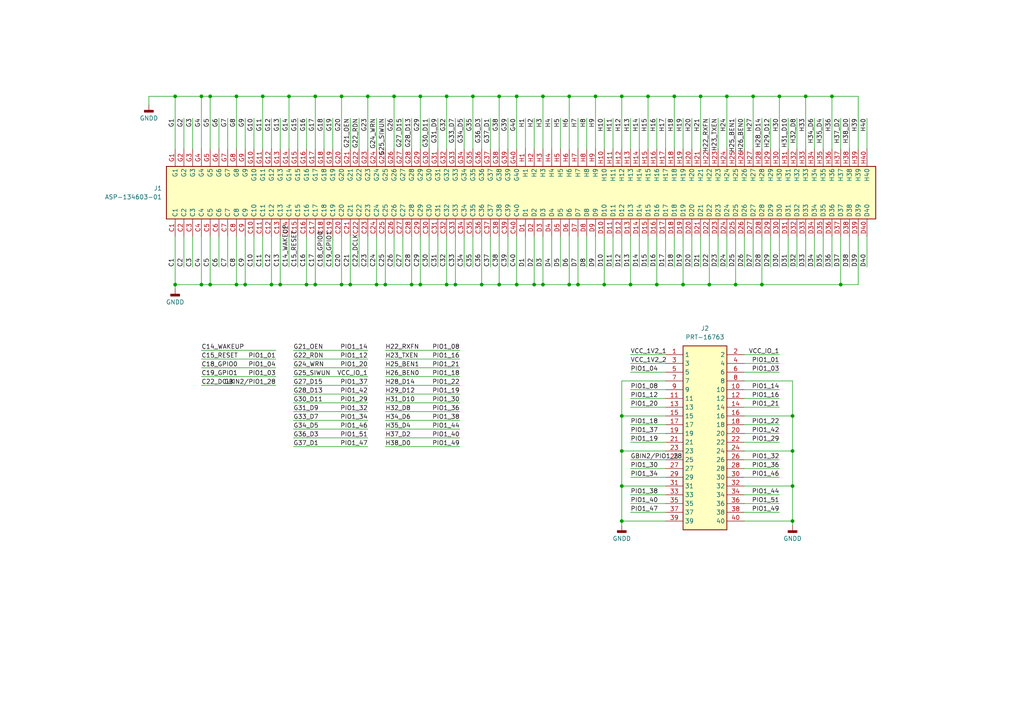
<source format=kicad_sch>
(kicad_sch (version 20230121) (generator eeschema)
  (paper "A4")
  (lib_symbols
    (symbol "ASP-134603-01:ASP-134603-01"
      (property "Reference" "J" (at 21.59 7.62 0))
      (property "Value" "ASP-134603-01" (at 21.59 5.08 0))
      (symbol "ASP-134603-01_1_1"
        (rectangle (start 5.08 2.54) (end 20.32 -203.2) (stroke (width 0.254)) (fill (type background)))
        (pin passive line (at 0 0 0) (length 5.08) (name "C1") (number "C1"))
        (pin passive line (at 0 -22.86 0) (length 5.08) (name "C10") (number "C10"))
        (pin passive line (at 0 -25.4 0) (length 5.08) (name "C11") (number "C11"))
        (pin passive line (at 0 -27.94 0) (length 5.08) (name "C12") (number "C12"))
        (pin passive line (at 0 -30.48 0) (length 5.08) (name "C13") (number "C13"))
        (pin passive line (at 0 -33.02 0) (length 5.08) (name "C14") (number "C14"))
        (pin passive line (at 0 -35.56 0) (length 5.08) (name "C15") (number "C15"))
        (pin passive line (at 0 -38.1 0) (length 5.08) (name "C16") (number "C16"))
        (pin passive line (at 0 -40.64 0) (length 5.08) (name "C17") (number "C17"))
        (pin passive line (at 0 -43.18 0) (length 5.08) (name "C18") (number "C18"))
        (pin passive line (at 0 -45.72 0) (length 5.08) (name "C19") (number "C19"))
        (pin passive line (at 0 -2.54 0) (length 5.08) (name "C2") (number "C2"))
        (pin passive line (at 0 -48.26 0) (length 5.08) (name "C20") (number "C20"))
        (pin passive line (at 0 -50.8 0) (length 5.08) (name "C21") (number "C21"))
        (pin passive line (at 0 -53.34 0) (length 5.08) (name "C22") (number "C22"))
        (pin passive line (at 0 -55.88 0) (length 5.08) (name "C23") (number "C23"))
        (pin passive line (at 0 -58.42 0) (length 5.08) (name "C24") (number "C24"))
        (pin passive line (at 0 -60.96 0) (length 5.08) (name "C25") (number "C25"))
        (pin passive line (at 0 -63.5 0) (length 5.08) (name "C26") (number "C26"))
        (pin passive line (at 0 -66.04 0) (length 5.08) (name "C27") (number "C27"))
        (pin passive line (at 0 -68.58 0) (length 5.08) (name "C28") (number "C28"))
        (pin passive line (at 0 -71.12 0) (length 5.08) (name "C29") (number "C29"))
        (pin passive line (at 0 -5.08 0) (length 5.08) (name "C3") (number "C3"))
        (pin passive line (at 0 -73.66 0) (length 5.08) (name "C30") (number "C30"))
        (pin passive line (at 0 -76.2 0) (length 5.08) (name "C31") (number "C31"))
        (pin passive line (at 0 -78.74 0) (length 5.08) (name "C32") (number "C32"))
        (pin passive line (at 0 -81.28 0) (length 5.08) (name "C33") (number "C33"))
        (pin passive line (at 0 -83.82 0) (length 5.08) (name "C34") (number "C34"))
        (pin passive line (at 0 -86.36 0) (length 5.08) (name "C35") (number "C35"))
        (pin passive line (at 0 -88.9 0) (length 5.08) (name "C36") (number "C36"))
        (pin passive line (at 0 -91.44 0) (length 5.08) (name "C37") (number "C37"))
        (pin passive line (at 0 -93.98 0) (length 5.08) (name "C38") (number "C38"))
        (pin passive line (at 0 -96.52 0) (length 5.08) (name "C39") (number "C39"))
        (pin passive line (at 0 -7.62 0) (length 5.08) (name "C4") (number "C4"))
        (pin passive line (at 0 -99.06 0) (length 5.08) (name "C40") (number "C40"))
        (pin passive line (at 0 -10.16 0) (length 5.08) (name "C5") (number "C5"))
        (pin passive line (at 0 -12.7 0) (length 5.08) (name "C6") (number "C6"))
        (pin passive line (at 0 -15.24 0) (length 5.08) (name "C7") (number "C7"))
        (pin passive line (at 0 -17.78 0) (length 5.08) (name "C8") (number "C8"))
        (pin passive line (at 0 -20.32 0) (length 5.08) (name "C9") (number "C9"))
        (pin passive line (at 0 -101.6 0) (length 5.08) (name "D1") (number "D1"))
        (pin passive line (at 0 -124.46 0) (length 5.08) (name "D10") (number "D10"))
        (pin passive line (at 0 -127 0) (length 5.08) (name "D11") (number "D11"))
        (pin passive line (at 0 -129.54 0) (length 5.08) (name "D12") (number "D12"))
        (pin passive line (at 0 -132.08 0) (length 5.08) (name "D13") (number "D13"))
        (pin passive line (at 0 -134.62 0) (length 5.08) (name "D14") (number "D14"))
        (pin passive line (at 0 -137.16 0) (length 5.08) (name "D15") (number "D15"))
        (pin passive line (at 0 -139.7 0) (length 5.08) (name "D16") (number "D16"))
        (pin passive line (at 0 -142.24 0) (length 5.08) (name "D17") (number "D17"))
        (pin passive line (at 0 -144.78 0) (length 5.08) (name "D18") (number "D18"))
        (pin passive line (at 0 -147.32 0) (length 5.08) (name "D19") (number "D19"))
        (pin passive line (at 0 -104.14 0) (length 5.08) (name "D2") (number "D2"))
        (pin passive line (at 0 -149.86 0) (length 5.08) (name "D20") (number "D20"))
        (pin passive line (at 0 -152.4 0) (length 5.08) (name "D21") (number "D21"))
        (pin passive line (at 0 -154.94 0) (length 5.08) (name "D22") (number "D22"))
        (pin passive line (at 0 -157.48 0) (length 5.08) (name "D23") (number "D23"))
        (pin passive line (at 0 -160.02 0) (length 5.08) (name "D24") (number "D24"))
        (pin passive line (at 0 -162.56 0) (length 5.08) (name "D25") (number "D25"))
        (pin passive line (at 0 -165.1 0) (length 5.08) (name "D26") (number "D26"))
        (pin passive line (at 0 -167.64 0) (length 5.08) (name "D27") (number "D27"))
        (pin passive line (at 0 -170.18 0) (length 5.08) (name "D28") (number "D28"))
        (pin passive line (at 0 -172.72 0) (length 5.08) (name "D29") (number "D29"))
        (pin passive line (at 0 -106.68 0) (length 5.08) (name "D3") (number "D3"))
        (pin passive line (at 0 -175.26 0) (length 5.08) (name "D30") (number "D30"))
        (pin passive line (at 0 -177.8 0) (length 5.08) (name "D31") (number "D31"))
        (pin passive line (at 0 -180.34 0) (length 5.08) (name "D32") (number "D32"))
        (pin passive line (at 0 -182.88 0) (length 5.08) (name "D33") (number "D33"))
        (pin passive line (at 0 -185.42 0) (length 5.08) (name "D34") (number "D34"))
        (pin passive line (at 0 -187.96 0) (length 5.08) (name "D35") (number "D35"))
        (pin passive line (at 0 -190.5 0) (length 5.08) (name "D36") (number "D36"))
        (pin passive line (at 0 -193.04 0) (length 5.08) (name "D37") (number "D37"))
        (pin passive line (at 0 -195.58 0) (length 5.08) (name "D38") (number "D38"))
        (pin passive line (at 0 -198.12 0) (length 5.08) (name "D39") (number "D39"))
        (pin passive line (at 0 -109.22 0) (length 5.08) (name "D4") (number "D4"))
        (pin passive line (at 0 -200.66 0) (length 5.08) (name "D40") (number "D40"))
        (pin passive line (at 0 -111.76 0) (length 5.08) (name "D5") (number "D5"))
        (pin passive line (at 0 -114.3 0) (length 5.08) (name "D6") (number "D6"))
        (pin passive line (at 0 -116.84 0) (length 5.08) (name "D7") (number "D7"))
        (pin passive line (at 0 -119.38 0) (length 5.08) (name "D8") (number "D8"))
        (pin passive line (at 0 -121.92 0) (length 5.08) (name "D9") (number "D9"))
        (pin passive line (at 25.4 0 180) (length 5.08) (name "G1") (number "G1"))
        (pin passive line (at 25.4 -22.86 180) (length 5.08) (name "G10") (number "G10"))
        (pin passive line (at 25.4 -25.4 180) (length 5.08) (name "G11") (number "G11"))
        (pin passive line (at 25.4 -27.94 180) (length 5.08) (name "G12") (number "G12"))
        (pin passive line (at 25.4 -30.48 180) (length 5.08) (name "G13") (number "G13"))
        (pin passive line (at 25.4 -33.02 180) (length 5.08) (name "G14") (number "G14"))
        (pin passive line (at 25.4 -35.56 180) (length 5.08) (name "G15") (number "G15"))
        (pin passive line (at 25.4 -38.1 180) (length 5.08) (name "G16") (number "G16"))
        (pin passive line (at 25.4 -40.64 180) (length 5.08) (name "G17") (number "G17"))
        (pin passive line (at 25.4 -43.18 180) (length 5.08) (name "G18") (number "G18"))
        (pin passive line (at 25.4 -45.72 180) (length 5.08) (name "G19") (number "G19"))
        (pin passive line (at 25.4 -2.54 180) (length 5.08) (name "G2") (number "G2"))
        (pin passive line (at 25.4 -48.26 180) (length 5.08) (name "G20") (number "G20"))
        (pin passive line (at 25.4 -50.8 180) (length 5.08) (name "G21") (number "G21"))
        (pin passive line (at 25.4 -53.34 180) (length 5.08) (name "G22") (number "G22"))
        (pin passive line (at 25.4 -55.88 180) (length 5.08) (name "G23") (number "G23"))
        (pin passive line (at 25.4 -58.42 180) (length 5.08) (name "G24") (number "G24"))
        (pin passive line (at 25.4 -60.96 180) (length 5.08) (name "G25") (number "G25"))
        (pin passive line (at 25.4 -63.5 180) (length 5.08) (name "G26") (number "G26"))
        (pin passive line (at 25.4 -66.04 180) (length 5.08) (name "G27") (number "G27"))
        (pin passive line (at 25.4 -68.58 180) (length 5.08) (name "G28") (number "G28"))
        (pin passive line (at 25.4 -71.12 180) (length 5.08) (name "G29") (number "G29"))
        (pin passive line (at 25.4 -5.08 180) (length 5.08) (name "G3") (number "G3"))
        (pin passive line (at 25.4 -73.66 180) (length 5.08) (name "G30") (number "G30"))
        (pin passive line (at 25.4 -76.2 180) (length 5.08) (name "G31") (number "G31"))
        (pin passive line (at 25.4 -78.74 180) (length 5.08) (name "G32") (number "G32"))
        (pin passive line (at 25.4 -81.28 180) (length 5.08) (name "G33") (number "G33"))
        (pin passive line (at 25.4 -83.82 180) (length 5.08) (name "G34") (number "G34"))
        (pin passive line (at 25.4 -86.36 180) (length 5.08) (name "G35") (number "G35"))
        (pin passive line (at 25.4 -88.9 180) (length 5.08) (name "G36") (number "G36"))
        (pin passive line (at 25.4 -91.44 180) (length 5.08) (name "G37") (number "G37"))
        (pin passive line (at 25.4 -93.98 180) (length 5.08) (name "G38") (number "G38"))
        (pin passive line (at 25.4 -96.52 180) (length 5.08) (name "G39") (number "G39"))
        (pin passive line (at 25.4 -7.62 180) (length 5.08) (name "G4") (number "G4"))
        (pin passive line (at 25.4 -99.06 180) (length 5.08) (name "G40") (number "G40"))
        (pin passive line (at 25.4 -10.16 180) (length 5.08) (name "G5") (number "G5"))
        (pin passive line (at 25.4 -12.7 180) (length 5.08) (name "G6") (number "G6"))
        (pin passive line (at 25.4 -15.24 180) (length 5.08) (name "G7") (number "G7"))
        (pin passive line (at 25.4 -17.78 180) (length 5.08) (name "G8") (number "G8"))
        (pin passive line (at 25.4 -20.32 180) (length 5.08) (name "G9") (number "G9"))
        (pin passive line (at 25.4 -101.6 180) (length 5.08) (name "H1") (number "H1"))
        (pin passive line (at 25.4 -124.46 180) (length 5.08) (name "H10") (number "H10"))
        (pin passive line (at 25.4 -127 180) (length 5.08) (name "H11") (number "H11"))
        (pin passive line (at 25.4 -129.54 180) (length 5.08) (name "H12") (number "H12"))
        (pin passive line (at 25.4 -132.08 180) (length 5.08) (name "H13") (number "H13"))
        (pin passive line (at 25.4 -134.62 180) (length 5.08) (name "H14") (number "H14"))
        (pin passive line (at 25.4 -137.16 180) (length 5.08) (name "H15") (number "H15"))
        (pin passive line (at 25.4 -139.7 180) (length 5.08) (name "H16") (number "H16"))
        (pin passive line (at 25.4 -142.24 180) (length 5.08) (name "H17") (number "H17"))
        (pin passive line (at 25.4 -144.78 180) (length 5.08) (name "H18") (number "H18"))
        (pin passive line (at 25.4 -147.32 180) (length 5.08) (name "H19") (number "H19"))
        (pin passive line (at 25.4 -104.14 180) (length 5.08) (name "H2") (number "H2"))
        (pin passive line (at 25.4 -149.86 180) (length 5.08) (name "H20") (number "H20"))
        (pin passive line (at 25.4 -152.4 180) (length 5.08) (name "H21") (number "H21"))
        (pin passive line (at 25.4 -154.94 180) (length 5.08) (name "H22") (number "H22"))
        (pin passive line (at 25.4 -157.48 180) (length 5.08) (name "H23") (number "H23"))
        (pin passive line (at 25.4 -160.02 180) (length 5.08) (name "H24") (number "H24"))
        (pin passive line (at 25.4 -162.56 180) (length 5.08) (name "H25") (number "H25"))
        (pin passive line (at 25.4 -165.1 180) (length 5.08) (name "H26") (number "H26"))
        (pin passive line (at 25.4 -167.64 180) (length 5.08) (name "H27") (number "H27"))
        (pin passive line (at 25.4 -170.18 180) (length 5.08) (name "H28") (number "H28"))
        (pin passive line (at 25.4 -172.72 180) (length 5.08) (name "H29") (number "H29"))
        (pin passive line (at 25.4 -106.68 180) (length 5.08) (name "H3") (number "H3"))
        (pin passive line (at 25.4 -175.26 180) (length 5.08) (name "H30") (number "H30"))
        (pin passive line (at 25.4 -177.8 180) (length 5.08) (name "H31") (number "H31"))
        (pin passive line (at 25.4 -180.34 180) (length 5.08) (name "H32") (number "H32"))
        (pin passive line (at 25.4 -182.88 180) (length 5.08) (name "H33") (number "H33"))
        (pin passive line (at 25.4 -185.42 180) (length 5.08) (name "H34") (number "H34"))
        (pin passive line (at 25.4 -187.96 180) (length 5.08) (name "H35") (number "H35"))
        (pin passive line (at 25.4 -190.5 180) (length 5.08) (name "H36") (number "H36"))
        (pin passive line (at 25.4 -193.04 180) (length 5.08) (name "H37") (number "H37"))
        (pin passive line (at 25.4 -195.58 180) (length 5.08) (name "H38") (number "H38"))
        (pin passive line (at 25.4 -198.12 180) (length 5.08) (name "H39") (number "H39"))
        (pin passive line (at 25.4 -109.22 180) (length 5.08) (name "H4") (number "H4"))
        (pin passive line (at 25.4 -200.66 180) (length 5.08) (name "H40") (number "H40"))
        (pin passive line (at 25.4 -111.76 180) (length 5.08) (name "H5") (number "H5"))
        (pin passive line (at 25.4 -114.3 180) (length 5.08) (name "H6") (number "H6"))
        (pin passive line (at 25.4 -116.84 180) (length 5.08) (name "H7") (number "H7"))
        (pin passive line (at 25.4 -119.38 180) (length 5.08) (name "H8") (number "H8"))
        (pin passive line (at 25.4 -121.92 180) (length 5.08) (name "H9") (number "H9"))
      )
    )
    (symbol "PRT-16763:PRT-16763"
      (property "Reference" "J" (at 19.05 7.62 0))
      (property "Value" "PRT-16763" (at 19.05 5.08 0))
      (symbol "PRT-16763_1_1"
        (rectangle (start 5.08 2.54) (end 17.78 -50.8) (stroke (width 0.254)) (fill (type background)))
        (pin passive line (at 0 0 0) (length 5.08) (name "1") (number "1"))
        (pin passive line (at 22.86 -10.16 180) (length 5.08) (name "10") (number "10"))
        (pin passive line (at 0 -12.7 0) (length 5.08) (name "11") (number "11"))
        (pin passive line (at 22.86 -12.7 180) (length 5.08) (name "12") (number "12"))
        (pin passive line (at 0 -15.24 0) (length 5.08) (name "13") (number "13"))
        (pin passive line (at 22.86 -15.24 180) (length 5.08) (name "14") (number "14"))
        (pin passive line (at 0 -17.78 0) (length 5.08) (name "15") (number "15"))
        (pin passive line (at 22.86 -17.78 180) (length 5.08) (name "16") (number "16"))
        (pin passive line (at 0 -20.32 0) (length 5.08) (name "17") (number "17"))
        (pin passive line (at 22.86 -20.32 180) (length 5.08) (name "18") (number "18"))
        (pin passive line (at 0 -22.86 0) (length 5.08) (name "19") (number "19"))
        (pin passive line (at 22.86 0 180) (length 5.08) (name "2") (number "2"))
        (pin passive line (at 22.86 -22.86 180) (length 5.08) (name "20") (number "20"))
        (pin passive line (at 0 -25.4 0) (length 5.08) (name "21") (number "21"))
        (pin passive line (at 22.86 -25.4 180) (length 5.08) (name "22") (number "22"))
        (pin passive line (at 0 -27.94 0) (length 5.08) (name "23") (number "23"))
        (pin passive line (at 22.86 -27.94 180) (length 5.08) (name "24") (number "24"))
        (pin passive line (at 0 -30.48 0) (length 5.08) (name "25") (number "25"))
        (pin passive line (at 22.86 -30.48 180) (length 5.08) (name "26") (number "26"))
        (pin passive line (at 0 -33.02 0) (length 5.08) (name "27") (number "27"))
        (pin passive line (at 22.86 -33.02 180) (length 5.08) (name "28") (number "28"))
        (pin passive line (at 0 -35.56 0) (length 5.08) (name "29") (number "29"))
        (pin passive line (at 0 -2.54 0) (length 5.08) (name "3") (number "3"))
        (pin passive line (at 22.86 -35.56 180) (length 5.08) (name "30") (number "30"))
        (pin passive line (at 0 -38.1 0) (length 5.08) (name "31") (number "31"))
        (pin passive line (at 22.86 -38.1 180) (length 5.08) (name "32") (number "32"))
        (pin passive line (at 0 -40.64 0) (length 5.08) (name "33") (number "33"))
        (pin passive line (at 22.86 -40.64 180) (length 5.08) (name "34") (number "34"))
        (pin passive line (at 0 -43.18 0) (length 5.08) (name "35") (number "35"))
        (pin passive line (at 22.86 -43.18 180) (length 5.08) (name "36") (number "36"))
        (pin passive line (at 0 -45.72 0) (length 5.08) (name "37") (number "37"))
        (pin passive line (at 22.86 -45.72 180) (length 5.08) (name "38") (number "38"))
        (pin passive line (at 0 -48.26 0) (length 5.08) (name "39") (number "39"))
        (pin passive line (at 22.86 -2.54 180) (length 5.08) (name "4") (number "4"))
        (pin passive line (at 22.86 -48.26 180) (length 5.08) (name "40") (number "40"))
        (pin passive line (at 0 -5.08 0) (length 5.08) (name "5") (number "5"))
        (pin passive line (at 22.86 -5.08 180) (length 5.08) (name "6") (number "6"))
        (pin passive line (at 0 -7.62 0) (length 5.08) (name "7") (number "7"))
        (pin passive line (at 22.86 -7.62 180) (length 5.08) (name "8") (number "8"))
        (pin passive line (at 0 -10.16 0) (length 5.08) (name "9") (number "9"))
      )
    )
    (symbol "power:GNDD" (power) (pin_names (offset 0))
      (property "Value" "GNDD" (at 0 -3.175 0))
      (symbol "GNDD_0_1"
        (rectangle (start -1.27 -1.524) (end 1.27 -2.032) (stroke (width 0.254)) (fill (type outline)))
        (polyline (pts (xy 0 0) (xy 0 -1.524)))
      )
      (symbol "GNDD_1_1"
        (pin power_in line (at 0 0 270) (length 0) hide (name "GNDD") (number "1"))
      )
    )
  )
  (junction (at 182.88 82.55))
  (junction (at 91.44 27.94))
  (junction (at 78.74 82.55))
  (junction (at 165.1 27.94))
  (junction (at 149.86 27.94))
  (junction (at 233.68 27.94))
  (junction (at 154.94 82.55))
  (junction (at 144.78 27.94))
  (junction (at 229.87 130.81))
  (junction (at 144.78 82.55))
  (junction (at 180.34 140.97))
  (junction (at 68.58 82.55))
  (junction (at 241.3 27.94))
  (junction (at 220.98 82.55))
  (junction (at 229.87 151.13))
  (junction (at 60.96 27.94))
  (junction (at 229.87 140.97))
  (junction (at 68.58 27.94))
  (junction (at 167.64 82.55))
  (junction (at 205.74 82.55))
  (junction (at 195.58 27.94))
  (junction (at 119.38 82.55))
  (junction (at 101.6 82.55))
  (junction (at 76.2 27.94))
  (junction (at 50.8 82.55))
  (junction (at 50.8 27.94))
  (junction (at 114.3 27.94))
  (junction (at 190.5 82.55))
  (junction (at 132.08 82.55))
  (junction (at 71.12 82.55))
  (junction (at 111.76 82.55))
  (junction (at 210.82 27.94))
  (junction (at 88.9 82.55))
  (junction (at 180.34 151.13))
  (junction (at 187.96 27.94))
  (junction (at 172.72 27.94))
  (junction (at 213.36 82.55))
  (junction (at 229.87 120.65))
  (junction (at 106.68 27.94))
  (junction (at 243.84 82.55))
  (junction (at 157.48 82.55))
  (junction (at 139.7 82.55))
  (junction (at 180.34 120.65))
  (junction (at 149.86 82.55))
  (junction (at 121.92 82.55))
  (junction (at 83.82 27.94))
  (junction (at 129.54 27.94))
  (junction (at 58.42 82.55))
  (junction (at 99.06 27.94))
  (junction (at 60.96 82.55))
  (junction (at 137.16 27.94))
  (junction (at 203.2 27.94))
  (junction (at 58.42 27.94))
  (junction (at 129.54 82.55))
  (junction (at 218.44 27.94))
  (junction (at 81.28 82.55))
  (junction (at 165.1 82.55))
  (junction (at 198.12 82.55))
  (junction (at 180.34 130.81))
  (junction (at 109.22 82.55))
  (junction (at 157.48 27.94))
  (junction (at 121.92 27.94))
  (junction (at 99.06 82.55))
  (junction (at 226.06 27.94))
  (junction (at 180.34 27.94))
  (junction (at 175.26 82.55))
  (junction (at 91.44 82.55))
  (wire (pts (xy 71.12 68.58) (xy 71.12 82.55)))
  (wire (pts (xy 172.72 27.94) (xy 172.72 43.18)))
  (wire (pts (xy 165.1 82.55) (xy 157.48 82.55)))
  (wire (pts (xy 142.24 34.29) (xy 142.24 43.18)))
  (wire (pts (xy 241.3 27.94) (xy 233.68 27.94)))
  (wire (pts (xy 195.58 27.94) (xy 195.58 43.18)))
  (wire (pts (xy 175.26 82.55) (xy 167.64 82.55)))
  (wire (pts (xy 180.34 68.58) (xy 180.34 77.47)))
  (wire (pts (xy 85.09 106.68) (xy 106.68 106.68)))
  (wire (pts (xy 175.26 68.58) (xy 175.26 82.55)))
  (wire (pts (xy 193.04 68.58) (xy 193.04 77.47)))
  (wire (pts (xy 124.46 34.29) (xy 124.46 43.18)))
  (wire (pts (xy 119.38 34.29) (xy 119.38 43.18)))
  (wire (pts (xy 229.87 110.49) (xy 229.87 120.65)))
  (wire (pts (xy 129.54 27.94) (xy 129.54 43.18)))
  (wire (pts (xy 220.98 82.55) (xy 213.36 82.55)))
  (wire (pts (xy 111.76 119.38) (xy 133.35 119.38)))
  (wire (pts (xy 114.3 27.94) (xy 106.68 27.94)))
  (wire (pts (xy 99.06 27.94) (xy 99.06 43.18)))
  (wire (pts (xy 71.12 82.55) (xy 68.58 82.55)))
  (wire (pts (xy 106.68 27.94) (xy 106.68 43.18)))
  (wire (pts (xy 243.84 34.29) (xy 243.84 43.18)))
  (wire (pts (xy 83.82 27.94) (xy 83.82 43.18)))
  (wire (pts (xy 99.06 82.55) (xy 91.44 82.55)))
  (wire (pts (xy 215.9 130.81) (xy 229.87 130.81)))
  (wire (pts (xy 215.9 128.27) (xy 226.06 128.27)))
  (wire (pts (xy 129.54 68.58) (xy 129.54 82.55)))
  (wire (pts (xy 111.76 116.84) (xy 133.35 116.84)))
  (wire (pts (xy 182.88 118.11) (xy 193.04 118.11)))
  (wire (pts (xy 195.58 68.58) (xy 195.58 77.47)))
  (wire (pts (xy 236.22 68.58) (xy 236.22 77.47)))
  (wire (pts (xy 147.32 68.58) (xy 147.32 77.47)))
  (wire (pts (xy 81.28 68.58) (xy 81.28 82.55)))
  (wire (pts (xy 182.88 125.73) (xy 193.04 125.73)))
  (wire (pts (xy 231.14 34.29) (xy 231.14 43.18)))
  (wire (pts (xy 63.5 68.58) (xy 63.5 77.47)))
  (wire (pts (xy 241.3 27.94) (xy 241.3 43.18)))
  (wire (pts (xy 180.34 27.94) (xy 180.34 43.18)))
  (wire (pts (xy 96.52 68.58) (xy 96.52 77.47)))
  (wire (pts (xy 182.88 82.55) (xy 175.26 82.55)))
  (wire (pts (xy 248.92 68.58) (xy 248.92 82.55)))
  (wire (pts (xy 101.6 82.55) (xy 99.06 82.55)))
  (wire (pts (xy 134.62 68.58) (xy 134.62 77.47)))
  (wire (pts (xy 96.52 34.29) (xy 96.52 43.18)))
  (wire (pts (xy 63.5 34.29) (xy 63.5 43.18)))
  (wire (pts (xy 81.28 34.29) (xy 81.28 43.18)))
  (wire (pts (xy 147.32 34.29) (xy 147.32 43.18)))
  (wire (pts (xy 228.6 34.29) (xy 228.6 43.18)))
  (wire (pts (xy 215.9 68.58) (xy 215.9 77.47)))
  (wire (pts (xy 50.8 27.94) (xy 50.8 43.18)))
  (wire (pts (xy 154.94 68.58) (xy 154.94 82.55)))
  (wire (pts (xy 182.88 128.27) (xy 193.04 128.27)))
  (wire (pts (xy 99.06 27.94) (xy 91.44 27.94)))
  (wire (pts (xy 172.72 27.94) (xy 165.1 27.94)))
  (wire (pts (xy 238.76 34.29) (xy 238.76 43.18)))
  (wire (pts (xy 182.88 143.51) (xy 193.04 143.51)))
  (wire (pts (xy 162.56 34.29) (xy 162.56 43.18)))
  (wire (pts (xy 182.88 115.57) (xy 193.04 115.57)))
  (wire (pts (xy 167.64 82.55) (xy 165.1 82.55)))
  (wire (pts (xy 213.36 82.55) (xy 205.74 82.55)))
  (wire (pts (xy 233.68 27.94) (xy 226.06 27.94)))
  (wire (pts (xy 60.96 27.94) (xy 60.96 43.18)))
  (wire (pts (xy 58.42 109.22) (xy 80.01 109.22)))
  (wire (pts (xy 68.58 27.94) (xy 68.58 43.18)))
  (wire (pts (xy 101.6 34.29) (xy 101.6 43.18)))
  (wire (pts (xy 88.9 34.29) (xy 88.9 43.18)))
  (wire (pts (xy 104.14 68.58) (xy 104.14 77.47)))
  (wire (pts (xy 86.36 34.29) (xy 86.36 43.18)))
  (wire (pts (xy 58.42 106.68) (xy 80.01 106.68)))
  (wire (pts (xy 198.12 82.55) (xy 190.5 82.55)))
  (wire (pts (xy 215.9 148.59) (xy 226.06 148.59)))
  (wire (pts (xy 149.86 82.55) (xy 144.78 82.55)))
  (wire (pts (xy 157.48 27.94) (xy 157.48 43.18)))
  (wire (pts (xy 198.12 34.29) (xy 198.12 43.18)))
  (wire (pts (xy 58.42 27.94) (xy 58.42 43.18)))
  (wire (pts (xy 114.3 68.58) (xy 114.3 77.47)))
  (wire (pts (xy 215.9 143.51) (xy 226.06 143.51)))
  (wire (pts (xy 154.94 34.29) (xy 154.94 43.18)))
  (wire (pts (xy 55.88 34.29) (xy 55.88 43.18)))
  (wire (pts (xy 60.96 27.94) (xy 58.42 27.94)))
  (wire (pts (xy 101.6 68.58) (xy 101.6 82.55)))
  (wire (pts (xy 83.82 68.58) (xy 83.82 77.47)))
  (wire (pts (xy 106.68 27.94) (xy 99.06 27.94)))
  (wire (pts (xy 182.88 146.05) (xy 193.04 146.05)))
  (wire (pts (xy 215.9 135.89) (xy 226.06 135.89)))
  (wire (pts (xy 226.06 68.58) (xy 226.06 77.47)))
  (wire (pts (xy 200.66 34.29) (xy 200.66 43.18)))
  (wire (pts (xy 187.96 68.58) (xy 187.96 77.47)))
  (wire (pts (xy 167.64 34.29) (xy 167.64 43.18)))
  (wire (pts (xy 109.22 82.55) (xy 101.6 82.55)))
  (wire (pts (xy 127 68.58) (xy 127 77.47)))
  (wire (pts (xy 210.82 68.58) (xy 210.82 77.47)))
  (wire (pts (xy 218.44 27.94) (xy 218.44 43.18)))
  (wire (pts (xy 66.04 34.29) (xy 66.04 43.18)))
  (wire (pts (xy 228.6 68.58) (xy 228.6 77.47)))
  (wire (pts (xy 208.28 68.58) (xy 208.28 77.47)))
  (wire (pts (xy 109.22 34.29) (xy 109.22 43.18)))
  (wire (pts (xy 160.02 34.29) (xy 160.02 43.18)))
  (wire (pts (xy 190.5 82.55) (xy 182.88 82.55)))
  (wire (pts (xy 182.88 148.59) (xy 193.04 148.59)))
  (wire (pts (xy 193.04 34.29) (xy 193.04 43.18)))
  (wire (pts (xy 246.38 34.29) (xy 246.38 43.18)))
  (wire (pts (xy 182.88 68.58) (xy 182.88 82.55)))
  (wire (pts (xy 88.9 82.55) (xy 81.28 82.55)))
  (wire (pts (xy 203.2 27.94) (xy 203.2 43.18)))
  (wire (pts (xy 182.88 123.19) (xy 193.04 123.19)))
  (wire (pts (xy 149.86 27.94) (xy 144.78 27.94)))
  (wire (pts (xy 215.9 125.73) (xy 226.06 125.73)))
  (wire (pts (xy 180.34 110.49) (xy 193.04 110.49)))
  (wire (pts (xy 248.92 27.94) (xy 241.3 27.94)))
  (wire (pts (xy 50.8 68.58) (xy 50.8 82.55)))
  (wire (pts (xy 215.9 123.19) (xy 226.06 123.19)))
  (wire (pts (xy 111.76 68.58) (xy 111.76 82.55)))
  (wire (pts (xy 121.92 68.58) (xy 121.92 82.55)))
  (wire (pts (xy 157.48 27.94) (xy 149.86 27.94)))
  (wire (pts (xy 182.88 105.41) (xy 193.04 105.41)))
  (wire (pts (xy 180.34 130.81) (xy 193.04 130.81)))
  (wire (pts (xy 134.62 34.29) (xy 134.62 43.18)))
  (wire (pts (xy 215.9 140.97) (xy 229.87 140.97)))
  (wire (pts (xy 215.9 110.49) (xy 229.87 110.49)))
  (wire (pts (xy 236.22 34.29) (xy 236.22 43.18)))
  (wire (pts (xy 205.74 34.29) (xy 205.74 43.18)))
  (wire (pts (xy 160.02 68.58) (xy 160.02 77.47)))
  (wire (pts (xy 50.8 27.94) (xy 58.42 27.94)))
  (wire (pts (xy 243.84 82.55) (xy 220.98 82.55)))
  (wire (pts (xy 85.09 121.92) (xy 106.68 121.92)))
  (wire (pts (xy 50.8 82.55) (xy 50.8 83.82)))
  (wire (pts (xy 111.76 104.14) (xy 133.35 104.14)))
  (wire (pts (xy 137.16 68.58) (xy 137.16 77.47)))
  (wire (pts (xy 215.9 107.95) (xy 226.06 107.95)))
  (wire (pts (xy 190.5 68.58) (xy 190.5 82.55)))
  (wire (pts (xy 58.42 68.58) (xy 58.42 82.55)))
  (wire (pts (xy 53.34 68.58) (xy 53.34 77.47)))
  (wire (pts (xy 208.28 34.29) (xy 208.28 43.18)))
  (wire (pts (xy 78.74 34.29) (xy 78.74 43.18)))
  (wire (pts (xy 248.92 82.55) (xy 243.84 82.55)))
  (wire (pts (xy 182.88 113.03) (xy 193.04 113.03)))
  (wire (pts (xy 139.7 68.58) (xy 139.7 82.55)))
  (wire (pts (xy 180.34 140.97) (xy 193.04 140.97)))
  (wire (pts (xy 68.58 27.94) (xy 60.96 27.94)))
  (wire (pts (xy 170.18 68.58) (xy 170.18 77.47)))
  (wire (pts (xy 85.09 109.22) (xy 106.68 109.22)))
  (wire (pts (xy 119.38 82.55) (xy 111.76 82.55)))
  (wire (pts (xy 93.98 68.58) (xy 93.98 77.47)))
  (wire (pts (xy 104.14 34.29) (xy 104.14 43.18)))
  (wire (pts (xy 99.06 68.58) (xy 99.06 82.55)))
  (wire (pts (xy 132.08 34.29) (xy 132.08 43.18)))
  (wire (pts (xy 165.1 27.94) (xy 165.1 43.18)))
  (wire (pts (xy 226.06 27.94) (xy 218.44 27.94)))
  (wire (pts (xy 251.46 68.58) (xy 251.46 77.47)))
  (wire (pts (xy 167.64 68.58) (xy 167.64 82.55)))
  (wire (pts (xy 223.52 68.58) (xy 223.52 77.47)))
  (wire (pts (xy 229.87 120.65) (xy 229.87 130.81)))
  (wire (pts (xy 127 34.29) (xy 127 43.18)))
  (wire (pts (xy 58.42 111.76) (xy 80.01 111.76)))
  (wire (pts (xy 111.76 111.76) (xy 133.35 111.76)))
  (wire (pts (xy 175.26 34.29) (xy 175.26 43.18)))
  (wire (pts (xy 172.72 68.58) (xy 172.72 77.47)))
  (wire (pts (xy 85.09 116.84) (xy 106.68 116.84)))
  (wire (pts (xy 119.38 68.58) (xy 119.38 82.55)))
  (wire (pts (xy 132.08 82.55) (xy 129.54 82.55)))
  (wire (pts (xy 203.2 27.94) (xy 195.58 27.94)))
  (wire (pts (xy 165.1 68.58) (xy 165.1 82.55)))
  (wire (pts (xy 213.36 34.29) (xy 213.36 43.18)))
  (wire (pts (xy 218.44 68.58) (xy 218.44 77.47)))
  (wire (pts (xy 60.96 82.55) (xy 58.42 82.55)))
  (wire (pts (xy 210.82 27.94) (xy 210.82 43.18)))
  (wire (pts (xy 144.78 68.58) (xy 144.78 82.55)))
  (wire (pts (xy 215.9 105.41) (xy 226.06 105.41)))
  (wire (pts (xy 226.06 27.94) (xy 226.06 43.18)))
  (wire (pts (xy 43.18 27.94) (xy 43.18 30.48)))
  (wire (pts (xy 111.76 114.3) (xy 133.35 114.3)))
  (wire (pts (xy 215.9 115.57) (xy 226.06 115.57)))
  (wire (pts (xy 177.8 34.29) (xy 177.8 43.18)))
  (wire (pts (xy 114.3 27.94) (xy 114.3 43.18)))
  (wire (pts (xy 111.76 121.92) (xy 133.35 121.92)))
  (wire (pts (xy 58.42 101.6) (xy 80.01 101.6)))
  (wire (pts (xy 139.7 82.55) (xy 132.08 82.55)))
  (wire (pts (xy 132.08 68.58) (xy 132.08 82.55)))
  (wire (pts (xy 180.34 151.13) (xy 180.34 152.4)))
  (wire (pts (xy 76.2 27.94) (xy 68.58 27.94)))
  (wire (pts (xy 73.66 68.58) (xy 73.66 77.47)))
  (wire (pts (xy 180.34 151.13) (xy 193.04 151.13)))
  (wire (pts (xy 223.52 34.29) (xy 223.52 43.18)))
  (wire (pts (xy 182.88 107.95) (xy 193.04 107.95)))
  (wire (pts (xy 91.44 68.58) (xy 91.44 82.55)))
  (wire (pts (xy 111.76 124.46) (xy 133.35 124.46)))
  (wire (pts (xy 170.18 34.29) (xy 170.18 43.18)))
  (wire (pts (xy 215.9 34.29) (xy 215.9 43.18)))
  (wire (pts (xy 152.4 68.58) (xy 152.4 77.47)))
  (wire (pts (xy 190.5 34.29) (xy 190.5 43.18)))
  (wire (pts (xy 241.3 68.58) (xy 241.3 77.47)))
  (wire (pts (xy 111.76 129.54) (xy 133.35 129.54)))
  (wire (pts (xy 111.76 101.6) (xy 133.35 101.6)))
  (wire (pts (xy 157.48 68.58) (xy 157.48 82.55)))
  (wire (pts (xy 137.16 27.94) (xy 137.16 43.18)))
  (wire (pts (xy 78.74 68.58) (xy 78.74 82.55)))
  (wire (pts (xy 88.9 68.58) (xy 88.9 82.55)))
  (wire (pts (xy 187.96 27.94) (xy 187.96 43.18)))
  (wire (pts (xy 213.36 68.58) (xy 213.36 82.55)))
  (wire (pts (xy 180.34 120.65) (xy 193.04 120.65)))
  (wire (pts (xy 144.78 82.55) (xy 139.7 82.55)))
  (wire (pts (xy 58.42 104.14) (xy 80.01 104.14)))
  (wire (pts (xy 182.88 138.43) (xy 193.04 138.43)))
  (wire (pts (xy 182.88 135.89) (xy 193.04 135.89)))
  (wire (pts (xy 162.56 68.58) (xy 162.56 77.47)))
  (wire (pts (xy 215.9 118.11) (xy 226.06 118.11)))
  (wire (pts (xy 85.09 101.6) (xy 106.68 101.6)))
  (wire (pts (xy 198.12 68.58) (xy 198.12 82.55)))
  (wire (pts (xy 210.82 27.94) (xy 203.2 27.94)))
  (wire (pts (xy 85.09 127) (xy 106.68 127)))
  (wire (pts (xy 180.34 140.97) (xy 180.34 151.13)))
  (wire (pts (xy 81.28 82.55) (xy 78.74 82.55)))
  (wire (pts (xy 106.68 68.58) (xy 106.68 77.47)))
  (wire (pts (xy 71.12 34.29) (xy 71.12 43.18)))
  (wire (pts (xy 149.86 68.58) (xy 149.86 82.55)))
  (wire (pts (xy 86.36 68.58) (xy 86.36 77.47)))
  (wire (pts (xy 85.09 111.76) (xy 106.68 111.76)))
  (wire (pts (xy 182.88 34.29) (xy 182.88 43.18)))
  (wire (pts (xy 218.44 27.94) (xy 210.82 27.94)))
  (wire (pts (xy 205.74 68.58) (xy 205.74 82.55)))
  (wire (pts (xy 180.34 110.49) (xy 180.34 120.65)))
  (wire (pts (xy 233.68 27.94) (xy 233.68 43.18)))
  (wire (pts (xy 149.86 27.94) (xy 149.86 43.18)))
  (wire (pts (xy 50.8 27.94) (xy 43.18 27.94)))
  (wire (pts (xy 238.76 68.58) (xy 238.76 77.47)))
  (wire (pts (xy 53.34 34.29) (xy 53.34 43.18)))
  (wire (pts (xy 215.9 102.87) (xy 226.06 102.87)))
  (wire (pts (xy 91.44 27.94) (xy 83.82 27.94)))
  (wire (pts (xy 139.7 34.29) (xy 139.7 43.18)))
  (wire (pts (xy 180.34 120.65) (xy 180.34 130.81)))
  (wire (pts (xy 185.42 34.29) (xy 185.42 43.18)))
  (wire (pts (xy 85.09 114.3) (xy 106.68 114.3)))
  (wire (pts (xy 109.22 68.58) (xy 109.22 82.55)))
  (wire (pts (xy 215.9 138.43) (xy 226.06 138.43)))
  (wire (pts (xy 154.94 82.55) (xy 149.86 82.55)))
  (wire (pts (xy 215.9 146.05) (xy 226.06 146.05)))
  (wire (pts (xy 111.76 127) (xy 133.35 127)))
  (wire (pts (xy 85.09 119.38) (xy 106.68 119.38)))
  (wire (pts (xy 182.88 133.35) (xy 193.04 133.35)))
  (wire (pts (xy 111.76 82.55) (xy 109.22 82.55)))
  (wire (pts (xy 200.66 68.58) (xy 200.66 77.47)))
  (wire (pts (xy 229.87 140.97) (xy 229.87 151.13)))
  (wire (pts (xy 91.44 27.94) (xy 91.44 43.18)))
  (wire (pts (xy 180.34 27.94) (xy 172.72 27.94)))
  (wire (pts (xy 185.42 68.58) (xy 185.42 77.47)))
  (wire (pts (xy 111.76 34.29) (xy 111.76 43.18)))
  (wire (pts (xy 215.9 113.03) (xy 226.06 113.03)))
  (wire (pts (xy 116.84 34.29) (xy 116.84 43.18)))
  (wire (pts (xy 58.42 82.55) (xy 50.8 82.55)))
  (wire (pts (xy 116.84 68.58) (xy 116.84 77.47)))
  (wire (pts (xy 251.46 34.29) (xy 251.46 43.18)))
  (wire (pts (xy 165.1 27.94) (xy 157.48 27.94)))
  (wire (pts (xy 229.87 130.81) (xy 229.87 140.97)))
  (wire (pts (xy 229.87 151.13) (xy 229.87 152.4)))
  (wire (pts (xy 215.9 151.13) (xy 229.87 151.13)))
  (wire (pts (xy 220.98 34.29) (xy 220.98 43.18)))
  (wire (pts (xy 177.8 68.58) (xy 177.8 77.47)))
  (wire (pts (xy 121.92 27.94) (xy 114.3 27.94)))
  (wire (pts (xy 76.2 27.94) (xy 76.2 43.18)))
  (wire (pts (xy 215.9 133.35) (xy 226.06 133.35)))
  (wire (pts (xy 152.4 34.29) (xy 152.4 43.18)))
  (wire (pts (xy 205.74 82.55) (xy 198.12 82.55)))
  (wire (pts (xy 66.04 68.58) (xy 66.04 77.47)))
  (wire (pts (xy 68.58 68.58) (xy 68.58 82.55)))
  (wire (pts (xy 85.09 104.14) (xy 106.68 104.14)))
  (wire (pts (xy 203.2 68.58) (xy 203.2 77.47)))
  (wire (pts (xy 124.46 68.58) (xy 124.46 77.47)))
  (wire (pts (xy 111.76 109.22) (xy 133.35 109.22)))
  (wire (pts (xy 121.92 82.55) (xy 119.38 82.55)))
  (wire (pts (xy 243.84 68.58) (xy 243.84 82.55)))
  (wire (pts (xy 157.48 82.55) (xy 154.94 82.55)))
  (wire (pts (xy 55.88 68.58) (xy 55.88 77.47)))
  (wire (pts (xy 144.78 27.94) (xy 137.16 27.94)))
  (wire (pts (xy 83.82 27.94) (xy 76.2 27.94)))
  (wire (pts (xy 142.24 68.58) (xy 142.24 77.47)))
  (wire (pts (xy 137.16 27.94) (xy 129.54 27.94)))
  (wire (pts (xy 246.38 68.58) (xy 246.38 77.47)))
  (wire (pts (xy 233.68 68.58) (xy 233.68 77.47)))
  (wire (pts (xy 73.66 34.29) (xy 73.66 43.18)))
  (wire (pts (xy 180.34 130.81) (xy 180.34 140.97)))
  (wire (pts (xy 76.2 68.58) (xy 76.2 77.47)))
  (wire (pts (xy 68.58 82.55) (xy 60.96 82.55)))
  (wire (pts (xy 93.98 34.29) (xy 93.98 43.18)))
  (wire (pts (xy 71.12 82.55) (xy 78.74 82.55)))
  (wire (pts (xy 129.54 82.55) (xy 121.92 82.55)))
  (wire (pts (xy 220.98 68.58) (xy 220.98 82.55)))
  (wire (pts (xy 248.92 27.94) (xy 248.92 43.18)))
  (wire (pts (xy 215.9 120.65) (xy 229.87 120.65)))
  (wire (pts (xy 182.88 102.87) (xy 193.04 102.87)))
  (wire (pts (xy 144.78 27.94) (xy 144.78 43.18)))
  (wire (pts (xy 180.34 27.94) (xy 187.96 27.94)))
  (wire (pts (xy 85.09 129.54) (xy 106.68 129.54)))
  (wire (pts (xy 60.96 68.58) (xy 60.96 82.55)))
  (wire (pts (xy 85.09 124.46) (xy 106.68 124.46)))
  (wire (pts (xy 111.76 106.68) (xy 133.35 106.68)))
  (wire (pts (xy 91.44 82.55) (xy 88.9 82.55)))
  (wire (pts (xy 195.58 27.94) (xy 187.96 27.94)))
  (wire (pts (xy 231.14 68.58) (xy 231.14 77.47)))
  (wire (pts (xy 129.54 27.94) (xy 121.92 27.94)))
  (wire (pts (xy 121.92 27.94) (xy 121.92 43.18)))
  (label "G26" (at 114.3 34.29 270))
  (label "C16" (at 88.9 77.47 90))
  (label "H34_D6" (at 236.22 34.29 270))
  (label "PIO1_34" (at 182.88 138.43 0))
  (label "C22_DCLK" (at 104.14 77.47 90))
  (label "D33" (at 233.68 77.47 90))
  (label "H17" (at 193.04 34.29 270))
  (label "PIO1_29" (at 226.06 128.27 180))
  (label "D32" (at 231.14 77.47 90))
  (label "H34_D6" (at 111.76 121.92 0))
  (label "D18" (at 195.58 77.47 90))
  (label "H25_BEN1" (at 111.76 106.68 0))
  (label "PIO1_46" (at 226.06 138.43 180))
  (label "D20" (at 200.66 77.47 90))
  (label "H38_D0" (at 111.76 129.54 0))
  (label "PIO1_51" (at 106.68 127 180))
  (label "VCC_IO_1" (at 106.68 109.22 180))
  (label "G23" (at 106.68 34.29 270))
  (label "D13" (at 182.88 77.47 90))
  (label "H18" (at 195.58 34.29 270))
  (label "H33" (at 233.68 34.29 270))
  (label "PIO1_04" (at 182.88 107.95 0))
  (label "H3" (at 157.48 34.29 270))
  (label "C4" (at 58.42 77.47 90))
  (label "C7" (at 66.04 77.47 90))
  (label "G2" (at 53.34 34.29 270))
  (label "G18" (at 93.98 34.29 270))
  (label "C38" (at 144.78 77.47 90))
  (label "H29_D12" (at 223.52 34.29 270))
  (label "PIO1_14" (at 226.06 113.03 180))
  (label "PIO1_32" (at 106.68 119.38 180))
  (label "H25_BEN1" (at 213.36 34.29 270))
  (label "PIO1_42" (at 226.06 125.73 180))
  (label "H36" (at 241.3 34.29 270))
  (label "G12" (at 78.74 34.29 270))
  (label "D28" (at 220.98 77.47 90))
  (label "D39" (at 248.92 77.47 90))
  (label "PIO1_37" (at 106.68 111.76 180))
  (label "D11" (at 177.8 77.47 90))
  (label "C18_GPIO0" (at 58.42 106.68 0))
  (label "D38" (at 246.38 77.47 90))
  (label "PIO1_20" (at 106.68 106.68 180))
  (label "PIO1_18" (at 133.35 109.22 180))
  (label "PIO1_20" (at 182.88 118.11 0))
  (label "G38" (at 144.78 34.29 270))
  (label "G31_D9" (at 127 34.29 270))
  (label "G4" (at 58.42 34.29 270))
  (label "G40" (at 149.86 34.29 270))
  (label "C22_DCLK" (at 58.42 111.76 0))
  (label "C19_GPIO1" (at 96.52 77.47 90))
  (label "G9" (at 71.12 34.29 270))
  (label "G36_D3" (at 139.7 34.29 270))
  (label "D26" (at 215.9 77.47 90))
  (label "H8" (at 170.18 34.29 270))
  (label "C14_WAKEUP" (at 58.42 101.6 0))
  (label "G27_D15" (at 116.84 34.29 270))
  (label "H30" (at 226.06 34.29 270))
  (label "G27_D15" (at 85.09 111.76 0))
  (label "D15" (at 187.96 77.47 90))
  (label "D27" (at 218.44 77.47 90))
  (label "H21" (at 203.2 34.29 270))
  (label "C29" (at 121.92 77.47 90))
  (label "C23" (at 106.68 77.47 90))
  (label "H29_D12" (at 111.76 114.3 0))
  (label "G35" (at 137.16 34.29 270))
  (label "D7" (at 167.64 77.47 90))
  (label "G25_SIWUN" (at 111.76 34.29 270))
  (label "G8" (at 68.58 34.29 270))
  (label "G21_OEN" (at 85.09 101.6 0))
  (label "D34" (at 236.22 77.47 90))
  (label "G21_OEN" (at 101.6 34.29 270))
  (label "PIO1_42" (at 106.68 114.3 180))
  (label "D16" (at 190.5 77.47 90))
  (label "H22_RXFN" (at 205.74 34.29 270))
  (label "G5" (at 60.96 34.29 270))
  (label "C25" (at 111.76 77.47 90))
  (label "H14" (at 185.42 34.29 270))
  (label "PIO1_30" (at 133.35 116.84 180))
  (label "PIO1_03" (at 226.06 107.95 180))
  (label "C39" (at 147.32 77.47 90))
  (label "G33_D7" (at 132.08 34.29 270))
  (label "C5" (at 60.96 77.47 90))
  (label "D9" (at 172.72 77.47 90))
  (label "H5" (at 162.56 34.29 270))
  (label "PIO1_22" (at 226.06 123.19 180))
  (label "G13" (at 81.28 34.29 270))
  (label "G31_D9" (at 85.09 119.38 0))
  (label "D25" (at 213.36 77.47 90))
  (label "C40" (at 149.86 77.47 90))
  (label "G34_D5" (at 85.09 124.46 0))
  (label "PIO1_03" (at 80.01 109.22 180))
  (label "G24_WRN" (at 85.09 106.68 0))
  (label "H37_D2" (at 243.84 34.29 270))
  (label "PIO1_12" (at 106.68 104.14 180))
  (label "D4" (at 160.02 77.47 90))
  (label "C24" (at 109.22 77.47 90))
  (label "D2" (at 154.94 77.47 90))
  (label "H22_RXFN" (at 111.76 101.6 0))
  (label "H9" (at 172.72 34.29 270))
  (label "H15" (at 187.96 34.29 270))
  (label "PIO1_29" (at 106.68 116.84 180))
  (label "PIO1_34" (at 106.68 121.92 180))
  (label "C37" (at 142.24 77.47 90))
  (label "H27" (at 218.44 34.29 270))
  (label "PIO1_38" (at 133.35 121.92 180))
  (label "C21" (at 101.6 77.47 90))
  (label "G36_D3" (at 85.09 127 0))
  (label "C15_RESET" (at 58.42 104.14 0))
  (label "G33_D7" (at 85.09 121.92 0))
  (label "PIO1_16" (at 226.06 115.57 180))
  (label "H35_D4" (at 238.76 34.29 270))
  (label "D29" (at 223.52 77.47 90))
  (label "D36" (at 241.3 77.47 90))
  (label "PIO1_47" (at 106.68 129.54 180))
  (label "C12" (at 78.74 77.47 90))
  (label "D35" (at 238.76 77.47 90))
  (label "C36" (at 139.7 77.47 90))
  (label "D23" (at 208.28 77.47 90))
  (label "G22_RDN" (at 85.09 104.14 0))
  (label "C15_RESET" (at 86.36 77.47 90))
  (label "D6" (at 165.1 77.47 90))
  (label "C35" (at 137.16 77.47 90))
  (label "H26_BEN0" (at 111.76 109.22 0))
  (label "G37_D1" (at 85.09 129.54 0))
  (label "H23_TXEN" (at 208.28 34.29 270))
  (label "D3" (at 157.48 77.47 90))
  (label "H26_BEN0" (at 215.9 34.29 270))
  (label "C2" (at 53.34 77.47 90))
  (label "G7" (at 66.04 34.29 270))
  (label "PIO1_49" (at 226.06 148.59 180))
  (label "G24_WRN" (at 109.22 34.29 270))
  (label "PIO1_44" (at 226.06 143.51 180))
  (label "G3" (at 55.88 34.29 270))
  (label "G6" (at 63.5 34.29 270))
  (label "VCC_1V2_1" (at 182.88 102.87 0))
  (label "C18_GPIO0" (at 93.98 77.47 90))
  (label "H38_D0" (at 246.38 34.29 270))
  (label "C28" (at 119.38 77.47 90))
  (label "PIO1_19" (at 133.35 114.3 180))
  (label "PIO1_08" (at 133.35 101.6 180))
  (label "H32_D8" (at 111.76 119.38 0))
  (label "GBIN2{slash}PIO1_28" (at 182.88 133.35 0))
  (label "H24" (at 210.82 34.29 270))
  (label "H10" (at 175.26 34.29 270))
  (label "G17" (at 91.44 34.29 270))
  (label "H2" (at 154.94 34.29 270))
  (label "H31_D10" (at 228.6 34.29 270))
  (label "PIO1_18" (at 182.88 123.19 0))
  (label "C20" (at 99.06 77.47 90))
  (label "H31_D10" (at 111.76 116.84 0))
  (label "C14_WAKEUP" (at 83.82 77.47 90))
  (label "PIO1_32" (at 226.06 133.35 180))
  (label "H28_D14" (at 111.76 111.76 0))
  (label "H20" (at 200.66 34.29 270))
  (label "H37_D2" (at 111.76 127 0))
  (label "H23_TXEN" (at 111.76 104.14 0))
  (label "D40" (at 251.46 77.47 90))
  (label "VCC_1V2_2" (at 182.88 105.41 0))
  (label "C19_GPIO1" (at 58.42 109.22 0))
  (label "G37_D1" (at 142.24 34.29 270))
  (label "PIO1_36" (at 226.06 135.89 180))
  (label "H32_D8" (at 231.14 34.29 270))
  (label "C8" (at 68.58 77.47 90))
  (label "G28_D13" (at 85.09 114.3 0))
  (label "D5" (at 162.56 77.47 90))
  (label "D1" (at 152.4 77.47 90))
  (label "H16" (at 190.5 34.29 270))
  (label "GBIN2{slash}PIO1_28" (at 80.01 111.76 180))
  (label "C31" (at 127 77.47 90))
  (label "PIO1_40" (at 133.35 127 180))
  (label "PIO1_04" (at 80.01 106.68 180))
  (label "D31" (at 228.6 77.47 90))
  (label "G14" (at 83.82 34.29 270))
  (label "G10" (at 73.66 34.29 270))
  (label "PIO1_19" (at 182.88 128.27 0))
  (label "D37" (at 243.84 77.47 90))
  (label "H4" (at 160.02 34.29 270))
  (label "C27" (at 116.84 77.47 90))
  (label "D22" (at 205.74 77.47 90))
  (label "PIO1_46" (at 106.68 124.46 180))
  (label "G30_D11" (at 85.09 116.84 0))
  (label "H1" (at 152.4 34.29 270))
  (label "H39" (at 248.92 34.29 270))
  (label "C17" (at 91.44 77.47 90))
  (label "PIO1_38" (at 182.88 143.51 0))
  (label "G1" (at 50.8 34.29 270))
  (label "G15" (at 86.36 34.29 270))
  (label "PIO1_08" (at 182.88 113.03 0))
  (label "C10" (at 73.66 77.47 90))
  (label "PIO1_21" (at 226.06 118.11 180))
  (label "G11" (at 76.2 34.29 270))
  (label "D14" (at 185.42 77.47 90))
  (label "G16" (at 88.9 34.29 270))
  (label "PIO1_14" (at 106.68 101.6 180))
  (label "PIO1_21" (at 133.35 106.68 180))
  (label "G34_D5" (at 134.62 34.29 270))
  (label "PIO1_01" (at 80.01 104.14 180))
  (label "PIO1_37" (at 182.88 125.73 0))
  (label "C32" (at 129.54 77.47 90))
  (label "D10" (at 175.26 77.47 90))
  (label "PIO1_01" (at 226.06 105.41 180))
  (label "G28_D13" (at 119.38 34.29 270))
  (label "C3" (at 55.88 77.47 90))
  (label "PIO1_30" (at 182.88 135.89 0))
  (label "C33" (at 132.08 77.47 90))
  (label "G25_SIWUN" (at 85.09 109.22 0))
  (label "H13" (at 182.88 34.29 270))
  (label "H28_D14" (at 220.98 34.29 270))
  (label "C11" (at 76.2 77.47 90))
  (label "G39" (at 147.32 34.29 270))
  (label "D30" (at 226.06 77.47 90))
  (label "G20" (at 99.06 34.29 270))
  (label "PIO1_47" (at 182.88 148.59 0))
  (label "VCC_IO_1" (at 226.06 102.87 180))
  (label "H6" (at 165.1 34.29 270))
  (label "H12" (at 180.34 34.29 270))
  (label "G19" (at 96.52 34.29 270))
  (label "C1" (at 50.8 77.47 90))
  (label "D19" (at 198.12 77.47 90))
  (label "H7" (at 167.64 34.29 270))
  (label "H11" (at 177.8 34.29 270))
  (label "C30" (at 124.46 77.47 90))
  (label "D21" (at 203.2 77.47 90))
  (label "PIO1_44" (at 133.35 124.46 180))
  (label "PIO1_22" (at 133.35 111.76 180))
  (label "D8" (at 170.18 77.47 90))
  (label "H40" (at 251.46 34.29 270))
  (label "G32" (at 129.54 34.29 270))
  (label "C34" (at 134.62 77.47 90))
  (label "D17" (at 193.04 77.47 90))
  (label "H19" (at 198.12 34.29 270))
  (label "D24" (at 210.82 77.47 90))
  (label "H35_D4" (at 111.76 124.46 0))
  (label "C13" (at 81.28 77.47 90))
  (label "D12" (at 180.34 77.47 90))
  (label "C9" (at 71.12 77.47 90))
  (label "PIO1_40" (at 182.88 146.05 0))
  (label "C6" (at 63.5 77.47 90))
  (label "PIO1_12" (at 182.88 115.57 0))
  (label "G30_D11" (at 124.46 34.29 270))
  (label "G22_RDN" (at 104.14 34.29 270))
  (label "PIO1_49" (at 133.35 129.54 180))
  (label "G29" (at 121.92 34.29 270))
  (label "PIO1_16" (at 133.35 104.14 180))
  (label "C26" (at 114.3 77.47 90))
  (label "PIO1_36" (at 133.35 119.38 180))
  (label "PIO1_51" (at 226.06 146.05 180))
  (symbol (lib_id "power:GNDD") (at 180.34 152.4 0) (unit 1)
    (property "Reference" "#PWR03" (effects hide))
    (property "Value" "GNDD" (at 180.34 156.21 0))
  )
  (symbol (lib_id "power:GNDD") (at 50.8 83.82 0) (unit 1)
    (property "Reference" "#PWR01" (effects hide))
    (property "Value" "GNDD" (at 50.8 87.63 0))
  )
  (symbol (lib_id "power:GNDD") (at 229.87 152.4 0) (unit 1)
    (property "Reference" "#PWR04" (effects hide))
    (property "Value" "GNDD" (at 229.87 156.21 0))
  )
  (symbol (lib_id "ASP-134603-01:ASP-134603-01") (at 50.8 68.58 90) (unit 1)
    (property "Reference" "J1" (at 46.99 54.61 90) (effects (justify left)))
    (property "Value" "ASP-134603-01" (at 46.99 57.15 90) (effects (justify left)))
    (property "Footprint" "ASP-134603-01:ASP13460301" (effects hide))
    (property "Datasheet" "https://datasheet.datasheetarchive.com/originals/distributors/Datasheets-DGA17/1074007.pdf" (effects hide))
    (property "Height" "7.08" (effects hide))
    (property "Mouser Part Number" "200-ASP-134603-01" (effects hide))
    (property "Mouser Price/Stock" "https://www.mouser.co.uk/ProductDetail/Samtec/ASP-134603-01?qs=92ilVni64gy4PAaa88apew%3D%3D" (effects hide))
    (property "Manufacturer_Name" "SAMTEC" (effects hide))
    (property "Manufacturer_Part_Number" "ASP-134603-01" (effects hide))
  )
  (symbol (lib_id "PRT-16763:PRT-16763") (at 193.04 102.87 0) (unit 1)
    (property "Reference" "J2" (at 204.47 95.25 0))
    (property "Value" "PRT-16763" (at 204.47 97.79 0))
    (property "Footprint" "PRT-16763:RHDR40W64P254_2X20_5130X500X1625P" (effects hide))
    (property "Datasheet" "https://cdn.sparkfun.com/assets/0/b/8/5/2/DS-16763-2_X_20_Pin_Extended_GPIO_Header_-_Female_-_16mm_7.30mm.pdf" (effects hide))
    (property "Height" "16.25" (effects hide))
    (property "Mouser Part Number" "474-PRT-16763" (effects hide))
    (property "Mouser Price/Stock" "https://www.mouser.co.uk/ProductDetail/SparkFun/PRT-16763?qs=W%2FMpXkg%252BdQ5xeCq%2FGKjnlQ%3D%3D" (effects hide))
    (property "Manufacturer_Name" "SparkFun" (effects hide))
    (property "Manufacturer_Part_Number" "PRT-16763" (effects hide))
  )
  (symbol (lib_id "power:GNDD") (at 43.18 30.48 0) (unit 1)
    (property "Reference" "#PWR02" (effects hide))
    (property "Value" "GNDD" (at 43.18 34.29 0))
  )
)
</source>
